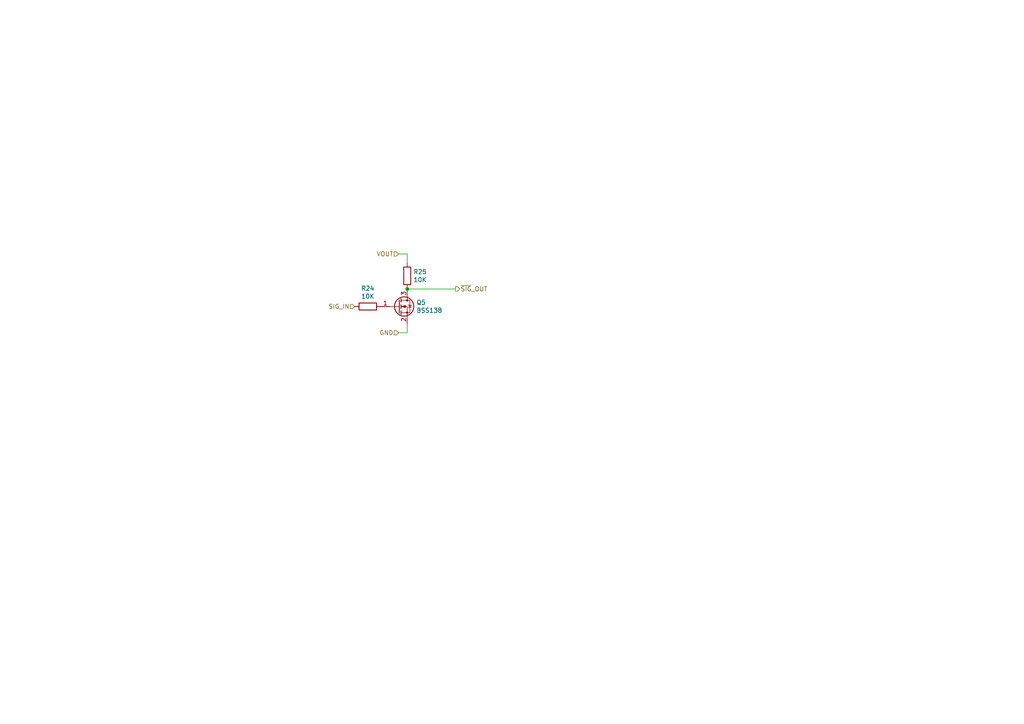
<source format=kicad_sch>
(kicad_sch (version 20211123) (generator eeschema)
  (paper "A4")
  (lib_symbols
    (symbol "Device:R" (pin_numbers hide) (pin_names (offset 0))
      (property "Reference" "R" (at 2.032 0 90))
      (property "Value" "R" (at 0 0 90))
      (symbol "R_0_1"
        (rectangle (start -1.016 -2.54) (end 1.016 2.54) (stroke (width 0.254)))
      )
      (symbol "R_1_1"
        (pin passive line (at 0 3.81 270) (length 1.27) (name "~") (number "1"))
        (pin passive line (at 0 -3.81 90) (length 1.27) (name "~") (number "2"))
      )
    )
    (symbol "Transistor_FET:BSS138" (pin_names hide)
      (property "Reference" "Q" (at 5.08 1.905 0))
      (property "Value" "BSS138" (at 5.08 0 0))
      (symbol "BSS138_0_1"
        (polyline (pts (xy 0.254 0) (xy -2.54 0)))
        (polyline (pts (xy 0.254 1.905) (xy 0.254 -1.905)) (stroke (width 0.254)))
        (polyline (pts (xy 0.762 -1.27) (xy 0.762 -2.286)) (stroke (width 0.254)))
        (polyline (pts (xy 0.762 0.508) (xy 0.762 -0.508)) (stroke (width 0.254)))
        (polyline (pts (xy 0.762 2.286) (xy 0.762 1.27)) (stroke (width 0.254)))
        (polyline (pts (xy 2.54 2.54) (xy 2.54 1.778)))
        (polyline (pts (xy 2.54 -2.54) (xy 2.54 0) (xy 0.762 0)))
        (polyline (pts (xy 0.762 -1.778) (xy 3.302 -1.778) (xy 3.302 1.778) (xy 0.762 1.778)))
        (polyline (pts (xy 1.016 0) (xy 2.032 0.381) (xy 2.032 -0.381) (xy 1.016 0)) (fill (type outline)))
        (polyline (pts (xy 2.794 0.508) (xy 2.921 0.381) (xy 3.683 0.381) (xy 3.81 0.254)))
        (polyline (pts (xy 3.302 0.381) (xy 2.921 -0.254) (xy 3.683 -0.254) (xy 3.302 0.381)))
        (circle (center 1.651 0) (radius 2.794) (stroke (width 0.254)))
        (circle (center 2.54 -1.778) (radius 0.254) (fill (type outline)))
        (circle (center 2.54 1.778) (radius 0.254) (fill (type outline)))
      )
      (symbol "BSS138_1_1"
        (pin input line (at -5.08 0 0) (length 2.54) (name "G") (number "1"))
        (pin passive line (at 2.54 -5.08 90) (length 2.54) (name "S") (number "2"))
        (pin passive line (at 2.54 5.08 270) (length 2.54) (name "D") (number "3"))
      )
    )
  )
  (junction (at 118.11 83.82))
  (wire (pts (xy 132.08 83.82) (xy 118.11 83.82)))
  (wire (pts (xy 118.11 73.66) (xy 118.11 76.2)))
  (wire (pts (xy 115.57 73.66) (xy 118.11 73.66)))
  (wire (pts (xy 115.57 96.52) (xy 118.11 96.52)))
  (wire (pts (xy 118.11 96.52) (xy 118.11 93.98)))
  (hierarchical_label "SIG_IN" (shape input) (at 102.87 88.9 180))
  (hierarchical_label "~{SIG}_OUT" (shape output) (at 132.08 83.82 0))
  (hierarchical_label "VOUT" (shape input) (at 115.57 73.66 180))
  (hierarchical_label "GND" (shape input) (at 115.57 96.52 180))
  (symbol (lib_id "Transistor_FET:BSS138") (at 115.57 88.9 0) (unit 1)
    (property "Reference" "Q5" (at 120.7516 87.7316 0) (effects (justify left)))
    (property "Value" "BSS138" (at 120.7516 90.043 0) (effects (justify left)))
    (property "Footprint" "Package_TO_SOT_SMD:SOT-23" (effects hide))
    (property "Datasheet" "https://www.onsemi.com/pub/Collateral/BSS138-D.PDF" (effects hide))
  )
  (symbol (lib_id "Device:R") (at 118.11 80.01 0) (unit 1)
    (property "Reference" "R25" (at 119.888 78.8416 0) (effects (justify left)))
    (property "Value" "10K" (at 119.888 81.153 0) (effects (justify left)))
    (property "Footprint" "Resistor_SMD:R_0603_1608Metric" (effects hide))
  )
  (symbol (lib_id "Device:R") (at 106.68 88.9 90) (unit 1)
    (property "Reference" "R24" (at 106.68 83.6422 90))
    (property "Value" "10K" (at 106.68 85.9536 90))
    (property "Footprint" "Resistor_SMD:R_0603_1608Metric" (effects hide))
  )
)
</source>
